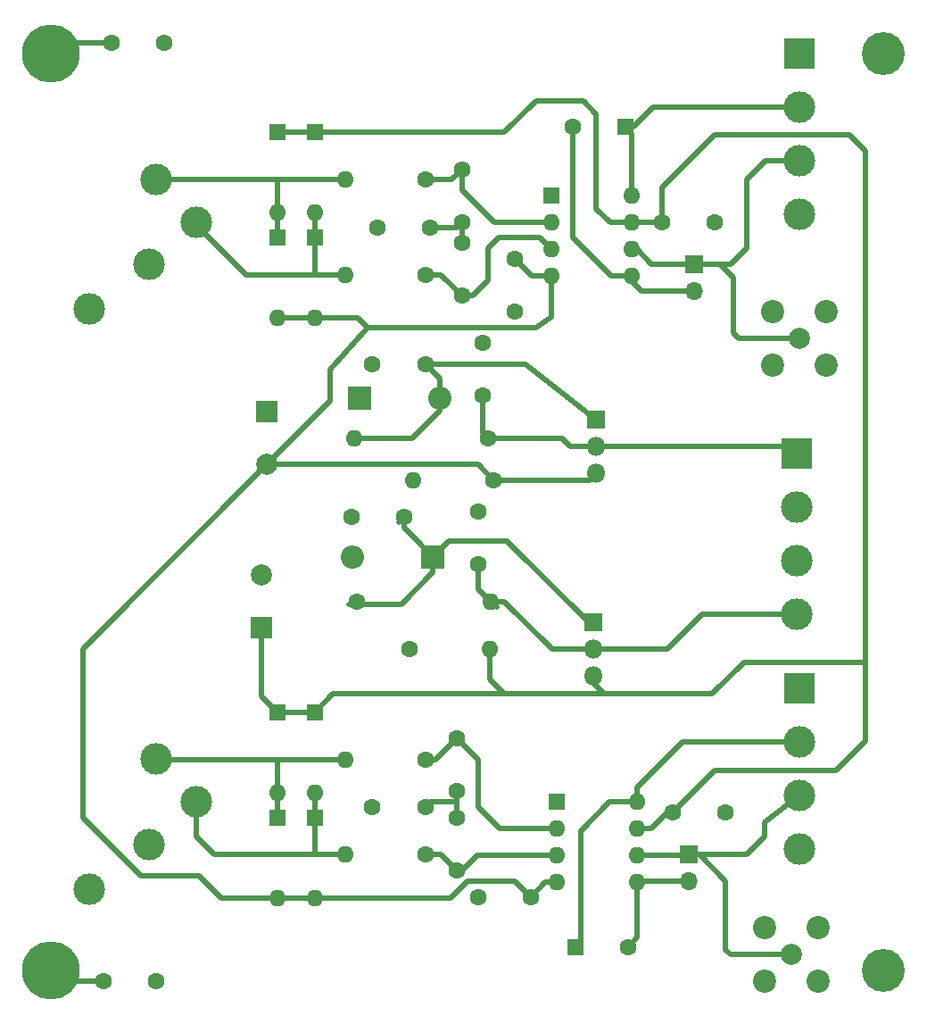
<source format=gbr>
G04 #@! TF.FileFunction,Copper,L2,Bot,Signal*
%FSLAX46Y46*%
G04 Gerber Fmt 4.6, Leading zero omitted, Abs format (unit mm)*
G04 Created by KiCad (PCBNEW 4.0.7) date 08/21/20 17:10:17*
%MOMM*%
%LPD*%
G01*
G04 APERTURE LIST*
%ADD10C,0.100000*%
%ADD11C,1.600000*%
%ADD12R,2.000000X2.000000*%
%ADD13C,2.000000*%
%ADD14R,1.600000X1.600000*%
%ADD15O,1.600000X1.600000*%
%ADD16R,2.200000X2.200000*%
%ADD17O,2.200000X2.200000*%
%ADD18C,3.000000*%
%ADD19R,3.000000X3.000000*%
%ADD20R,1.700000X1.700000*%
%ADD21O,1.700000X1.700000*%
%ADD22R,1.800000X1.800000*%
%ADD23O,1.800000X1.800000*%
%ADD24C,5.500000*%
%ADD25C,4.064000*%
%ADD26C,2.200000*%
%ADD27C,0.500000*%
G04 APERTURE END LIST*
D10*
D11*
X144000000Y-78000000D03*
X144000000Y-73000000D03*
X144000000Y-85000000D03*
X144000000Y-80000000D03*
X136000000Y-78500000D03*
X141000000Y-78500000D03*
X149000000Y-86500000D03*
X149000000Y-81500000D03*
X163000000Y-78000000D03*
X168000000Y-78000000D03*
X133500000Y-106000000D03*
X138500000Y-106000000D03*
D12*
X125500000Y-96000000D03*
D13*
X125500000Y-101000000D03*
D12*
X125000000Y-116500000D03*
D13*
X125000000Y-111500000D03*
D14*
X130000000Y-69500000D03*
D15*
X130000000Y-77120000D03*
D14*
X130000000Y-79500000D03*
D15*
X130000000Y-87120000D03*
D14*
X126500000Y-69500000D03*
D15*
X126500000Y-77120000D03*
D14*
X126500000Y-79500000D03*
D15*
X126500000Y-87120000D03*
D16*
X134250000Y-94750000D03*
D17*
X141870000Y-94750000D03*
D16*
X141250000Y-109750000D03*
D17*
X133630000Y-109750000D03*
D18*
X176000000Y-67080000D03*
X176000000Y-72160000D03*
D19*
X176000000Y-62000000D03*
D18*
X176000000Y-77240000D03*
X175750000Y-105080000D03*
X175750000Y-110160000D03*
D19*
X175750000Y-100000000D03*
D18*
X175750000Y-115240000D03*
D20*
X166000000Y-82000000D03*
D21*
X166000000Y-84540000D03*
D22*
X156500000Y-116000000D03*
D23*
X156500000Y-118540000D03*
X156500000Y-121080000D03*
D11*
X140500000Y-74000000D03*
D15*
X132880000Y-74000000D03*
D11*
X140500000Y-83000000D03*
D15*
X132880000Y-83000000D03*
D11*
X146500000Y-98500000D03*
D15*
X133800000Y-98500000D03*
D11*
X134000000Y-114000000D03*
D15*
X146700000Y-114000000D03*
D14*
X152500000Y-75500000D03*
D15*
X160120000Y-83120000D03*
X152500000Y-78040000D03*
X160120000Y-80580000D03*
X152500000Y-80580000D03*
X160120000Y-78040000D03*
X152500000Y-83120000D03*
X160120000Y-75500000D03*
D11*
X140500000Y-91500000D03*
X135500000Y-91500000D03*
X147000000Y-102500000D03*
D15*
X139380000Y-102500000D03*
D11*
X139000000Y-118500000D03*
D15*
X146620000Y-118500000D03*
D11*
X145500000Y-105500000D03*
X145500000Y-110500000D03*
X146000000Y-94500000D03*
X146000000Y-89500000D03*
D22*
X156750000Y-96750000D03*
D23*
X156750000Y-99290000D03*
X156750000Y-101830000D03*
D11*
X143500000Y-132000000D03*
X143500000Y-127000000D03*
X143500000Y-139500000D03*
X143500000Y-134500000D03*
X135500000Y-133500000D03*
X140500000Y-133500000D03*
X145500000Y-142000000D03*
X150500000Y-142000000D03*
X164000000Y-134000000D03*
X169000000Y-134000000D03*
D14*
X126500000Y-124500000D03*
D15*
X126500000Y-132120000D03*
D14*
X126500000Y-134500000D03*
D15*
X126500000Y-142120000D03*
D14*
X130000000Y-124500000D03*
D15*
X130000000Y-132120000D03*
D14*
X130000000Y-134500000D03*
D15*
X130000000Y-142120000D03*
D18*
X176000000Y-127330000D03*
X176000000Y-132410000D03*
D19*
X176000000Y-122250000D03*
D18*
X176000000Y-137490000D03*
D20*
X165500000Y-138000000D03*
D21*
X165500000Y-140540000D03*
D11*
X140500000Y-129000000D03*
D15*
X132880000Y-129000000D03*
D11*
X140500000Y-138000000D03*
D15*
X132880000Y-138000000D03*
D14*
X153000000Y-133000000D03*
D15*
X160620000Y-140620000D03*
X153000000Y-135540000D03*
X160620000Y-138080000D03*
X153000000Y-138080000D03*
X160620000Y-135540000D03*
X153000000Y-140620000D03*
X160620000Y-133000000D03*
D24*
X105000000Y-62000000D03*
D25*
X184000000Y-62000000D03*
D24*
X105000000Y-149000000D03*
D25*
X184000000Y-149000000D03*
D26*
X173460000Y-91540000D03*
X173460000Y-86460000D03*
X178540000Y-86460000D03*
X178540000Y-91540000D03*
D13*
X176000000Y-89000000D03*
D26*
X172710000Y-150040000D03*
X172710000Y-144960000D03*
X177790000Y-144960000D03*
X177790000Y-150040000D03*
D13*
X175250000Y-147500000D03*
D18*
X118760000Y-78000000D03*
X114310000Y-82050000D03*
X114950000Y-73950000D03*
X108590000Y-86250000D03*
X118760000Y-133000000D03*
X114310000Y-137050000D03*
X114950000Y-128950000D03*
X108590000Y-141250000D03*
D14*
X159500000Y-69000000D03*
D11*
X154500000Y-69000000D03*
D14*
X154750000Y-146750000D03*
D11*
X159750000Y-146750000D03*
X110750000Y-61000000D03*
X115750000Y-61000000D03*
X110000000Y-150000000D03*
X115000000Y-150000000D03*
D27*
X141000000Y-78500000D02*
X143500000Y-78500000D01*
X143500000Y-78500000D02*
X144000000Y-78000000D01*
X144000000Y-78000000D02*
X144000000Y-80000000D01*
X144000000Y-73000000D02*
X144000000Y-75000000D01*
X147040000Y-78040000D02*
X152500000Y-78040000D01*
X144000000Y-75000000D02*
X147040000Y-78040000D01*
X140500000Y-74000000D02*
X143000000Y-74000000D01*
X143000000Y-74000000D02*
X144000000Y-73000000D01*
X144000000Y-85000000D02*
X145000000Y-85000000D01*
X151420000Y-79500000D02*
X152500000Y-80580000D01*
X147500000Y-79500000D02*
X151420000Y-79500000D01*
X146500000Y-80500000D02*
X147500000Y-79500000D01*
X146500000Y-83500000D02*
X146500000Y-80500000D01*
X145000000Y-85000000D02*
X146500000Y-83500000D01*
X144000000Y-85000000D02*
X144000000Y-84500000D01*
X140500000Y-83000000D02*
X142000000Y-83000000D01*
X142000000Y-83000000D02*
X144000000Y-85000000D01*
X147000000Y-102500000D02*
X156080000Y-102500000D01*
X156080000Y-102500000D02*
X156750000Y-101830000D01*
X108000000Y-131750000D02*
X108000000Y-134500000D01*
X108000000Y-134500000D02*
X113500000Y-140000000D01*
X126500000Y-142120000D02*
X121120000Y-142120000D01*
X121120000Y-142120000D02*
X119000000Y-140000000D01*
X119000000Y-140000000D02*
X113500000Y-140000000D01*
X108000000Y-118500000D02*
X125500000Y-101000000D01*
X108000000Y-131750000D02*
X108000000Y-118500000D01*
X153000000Y-140620000D02*
X151880000Y-140620000D01*
X151880000Y-140620000D02*
X150500000Y-142000000D01*
X130000000Y-142120000D02*
X142880000Y-142120000D01*
X149000000Y-140500000D02*
X150500000Y-142000000D01*
X144500000Y-140500000D02*
X149000000Y-140500000D01*
X142880000Y-142120000D02*
X144500000Y-140500000D01*
X130000000Y-142120000D02*
X126500000Y-142120000D01*
X130000000Y-87120000D02*
X134120000Y-87120000D01*
X134120000Y-87120000D02*
X135000000Y-88000000D01*
X125500000Y-101000000D02*
X145500000Y-101000000D01*
X145500000Y-101000000D02*
X147000000Y-102500000D01*
X125500000Y-101000000D02*
X131500000Y-95000000D01*
X131500000Y-95000000D02*
X131500000Y-92000000D01*
X131500000Y-92000000D02*
X135000000Y-88000000D01*
X151000000Y-88000000D02*
X152500000Y-87000000D01*
X152500000Y-87000000D02*
X152500000Y-83120000D01*
X135000000Y-88000000D02*
X151000000Y-88000000D01*
X152500000Y-83120000D02*
X150620000Y-83120000D01*
X150620000Y-83120000D02*
X149000000Y-81500000D01*
X130000000Y-87120000D02*
X126500000Y-87120000D01*
X159500000Y-69000000D02*
X160250000Y-69000000D01*
X160250000Y-69000000D02*
X162170000Y-67080000D01*
X162170000Y-67080000D02*
X176000000Y-67080000D01*
X160120000Y-75500000D02*
X160120000Y-69620000D01*
X160120000Y-69620000D02*
X159500000Y-69000000D01*
X154500000Y-69000000D02*
X154500000Y-79500000D01*
X158120000Y-83120000D02*
X160120000Y-83120000D01*
X154500000Y-79500000D02*
X158120000Y-83120000D01*
X160120000Y-83120000D02*
X160120000Y-83620000D01*
X160120000Y-83620000D02*
X161040000Y-84540000D01*
X161040000Y-84540000D02*
X166000000Y-84540000D01*
X141250000Y-109750000D02*
X142750000Y-108250000D01*
X148250000Y-108250000D02*
X156000000Y-116000000D01*
X142750000Y-108250000D02*
X148250000Y-108250000D01*
X156000000Y-116000000D02*
X156500000Y-116000000D01*
X138500000Y-106000000D02*
X138500000Y-107000000D01*
X138500000Y-107000000D02*
X139750000Y-108250000D01*
X139750000Y-108250000D02*
X141250000Y-109750000D01*
X141250000Y-109750000D02*
X141250000Y-111250000D01*
X141250000Y-111250000D02*
X138250000Y-114250000D01*
X138250000Y-114250000D02*
X133250000Y-114250000D01*
X133250000Y-114250000D02*
X134000000Y-114000000D01*
X138000000Y-106500000D02*
X138500000Y-106000000D01*
X130000000Y-79500000D02*
X130000000Y-83000000D01*
X130000000Y-79500000D02*
X130000000Y-77120000D01*
X118760000Y-78000000D02*
X118760000Y-78260000D01*
X118760000Y-78260000D02*
X123500000Y-83000000D01*
X123500000Y-83000000D02*
X130000000Y-83000000D01*
X130000000Y-83000000D02*
X132880000Y-83000000D01*
X146620000Y-118500000D02*
X146620000Y-121370000D01*
X146620000Y-121370000D02*
X148000000Y-122750000D01*
X156500000Y-121080000D02*
X156500000Y-121750000D01*
X156500000Y-121750000D02*
X157500000Y-122750000D01*
X182250000Y-119750000D02*
X170750000Y-119750000D01*
X170750000Y-119750000D02*
X167750000Y-122750000D01*
X167750000Y-122750000D02*
X157500000Y-122750000D01*
X157500000Y-122750000D02*
X148000000Y-122750000D01*
X148000000Y-122750000D02*
X147500000Y-122750000D01*
X147500000Y-122750000D02*
X146500000Y-122750000D01*
X131750000Y-122750000D02*
X130000000Y-124500000D01*
X146500000Y-122750000D02*
X131750000Y-122750000D01*
X125000000Y-116500000D02*
X125000000Y-123000000D01*
X125000000Y-123000000D02*
X126500000Y-124500000D01*
X182250000Y-117250000D02*
X182250000Y-119750000D01*
X182250000Y-119750000D02*
X182250000Y-127250000D01*
X168000000Y-130000000D02*
X164000000Y-134000000D01*
X179500000Y-130000000D02*
X168000000Y-130000000D01*
X182250000Y-127250000D02*
X179500000Y-130000000D01*
X130000000Y-69500000D02*
X148000000Y-69500000D01*
X158040000Y-78040000D02*
X160120000Y-78040000D01*
X156750000Y-76750000D02*
X158040000Y-78040000D01*
X156750000Y-67750000D02*
X156750000Y-76750000D01*
X155500000Y-66500000D02*
X156750000Y-67750000D01*
X151000000Y-66500000D02*
X155500000Y-66500000D01*
X148000000Y-69500000D02*
X151000000Y-66500000D01*
X182250000Y-76750000D02*
X182250000Y-71250000D01*
X163000000Y-74750000D02*
X163000000Y-78000000D01*
X168000000Y-69750000D02*
X163000000Y-74750000D01*
X180750000Y-69750000D02*
X168000000Y-69750000D01*
X182250000Y-71250000D02*
X180750000Y-69750000D01*
X182250000Y-117000000D02*
X182250000Y-117250000D01*
X182250000Y-76250000D02*
X182250000Y-76750000D01*
X182250000Y-76750000D02*
X182250000Y-111750000D01*
X182250000Y-111750000D02*
X182250000Y-115750000D01*
X182250000Y-117000000D02*
X182250000Y-115750000D01*
X164000000Y-134000000D02*
X163500000Y-134000000D01*
X163500000Y-134000000D02*
X161960000Y-135540000D01*
X161960000Y-135540000D02*
X160620000Y-135540000D01*
X130000000Y-124500000D02*
X126500000Y-124500000D01*
X160660000Y-135500000D02*
X160620000Y-135540000D01*
X163000000Y-78000000D02*
X160160000Y-78000000D01*
X160160000Y-78000000D02*
X160120000Y-78040000D01*
X130000000Y-69500000D02*
X126500000Y-69500000D01*
X140500000Y-91500000D02*
X150000000Y-91500000D01*
X150000000Y-91500000D02*
X156750000Y-96750000D01*
X141870000Y-94750000D02*
X141870000Y-92870000D01*
X141870000Y-92870000D02*
X140500000Y-91500000D01*
X141870000Y-94750000D02*
X141870000Y-95880000D01*
X139250000Y-98500000D02*
X133800000Y-98500000D01*
X141870000Y-95880000D02*
X139250000Y-98500000D01*
X140500000Y-91500000D02*
X140500000Y-92000000D01*
X141750000Y-94630000D02*
X141870000Y-94750000D01*
X156750000Y-96750000D02*
X156750000Y-96250000D01*
X142250000Y-94370000D02*
X141870000Y-94750000D01*
X126500000Y-77120000D02*
X126500000Y-79500000D01*
X126500000Y-77120000D02*
X126500000Y-73950000D01*
X126500000Y-73950000D02*
X126500000Y-74000000D01*
X126500000Y-74000000D02*
X126500000Y-73950000D01*
X123500000Y-73950000D02*
X126500000Y-73950000D01*
X126500000Y-73950000D02*
X132830000Y-73950000D01*
X132830000Y-73950000D02*
X132880000Y-74000000D01*
X114310000Y-73950000D02*
X123500000Y-73950000D01*
X146700000Y-114000000D02*
X148000000Y-114000000D01*
X152540000Y-118540000D02*
X156500000Y-118540000D01*
X148000000Y-114000000D02*
X152540000Y-118540000D01*
X156500000Y-118540000D02*
X163460000Y-118540000D01*
X163460000Y-118540000D02*
X166760000Y-115240000D01*
X166760000Y-115240000D02*
X175750000Y-115240000D01*
X175050000Y-114540000D02*
X175750000Y-115240000D01*
X145500000Y-110500000D02*
X145500000Y-112800000D01*
X145500000Y-112800000D02*
X146700000Y-114000000D01*
X146700000Y-114000000D02*
X146750000Y-114000000D01*
X146750000Y-114000000D02*
X147290000Y-114540000D01*
X146700000Y-114000000D02*
X147000000Y-114000000D01*
X156750000Y-99290000D02*
X175040000Y-99290000D01*
X175040000Y-99290000D02*
X175750000Y-100000000D01*
X146500000Y-98500000D02*
X153500000Y-98500000D01*
X154290000Y-99290000D02*
X156750000Y-99290000D01*
X153500000Y-98500000D02*
X154290000Y-99290000D01*
X146000000Y-94500000D02*
X146000000Y-98000000D01*
X146000000Y-98000000D02*
X146500000Y-98500000D01*
X174960000Y-100790000D02*
X175750000Y-100000000D01*
X146000000Y-98000000D02*
X146500000Y-98500000D01*
X143500000Y-133000000D02*
X141000000Y-133000000D01*
X141000000Y-133000000D02*
X140500000Y-133500000D01*
X143500000Y-132000000D02*
X143500000Y-133000000D01*
X143500000Y-133000000D02*
X143500000Y-134500000D01*
X153000000Y-135540000D02*
X147540000Y-135540000D01*
X145500000Y-129000000D02*
X143500000Y-127000000D01*
X145500000Y-133500000D02*
X145500000Y-129000000D01*
X147540000Y-135540000D02*
X145500000Y-133500000D01*
X140500000Y-129000000D02*
X141500000Y-129000000D01*
X141500000Y-129000000D02*
X143500000Y-127000000D01*
X143500000Y-139500000D02*
X144000000Y-139500000D01*
X144000000Y-139500000D02*
X145420000Y-138080000D01*
X145420000Y-138080000D02*
X153000000Y-138080000D01*
X140500000Y-138000000D02*
X142000000Y-138000000D01*
X142000000Y-138000000D02*
X143500000Y-139500000D01*
X160620000Y-133000000D02*
X158000000Y-133000000D01*
X155250000Y-135750000D02*
X155250000Y-146250000D01*
X158000000Y-133000000D02*
X155250000Y-135750000D01*
X155250000Y-146250000D02*
X154750000Y-146750000D01*
X160620000Y-133000000D02*
X160620000Y-131630000D01*
X164920000Y-127330000D02*
X176000000Y-127330000D01*
X160620000Y-131630000D02*
X164920000Y-127330000D01*
X175580000Y-127750000D02*
X176000000Y-127330000D01*
X160500000Y-132880000D02*
X160620000Y-133000000D01*
X160620000Y-140620000D02*
X160620000Y-145880000D01*
X160620000Y-145880000D02*
X159750000Y-146750000D01*
X165500000Y-140540000D02*
X160700000Y-140540000D01*
X160700000Y-140540000D02*
X160620000Y-140620000D01*
X126500000Y-132120000D02*
X126500000Y-134500000D01*
X126500000Y-132120000D02*
X126500000Y-129000000D01*
X132880000Y-129000000D02*
X126500000Y-129000000D01*
X126500000Y-129000000D02*
X114360000Y-129000000D01*
X114360000Y-129000000D02*
X114310000Y-128950000D01*
X130000000Y-134500000D02*
X130000000Y-132120000D01*
X130000000Y-134500000D02*
X130000000Y-138000000D01*
X118760000Y-133000000D02*
X118760000Y-136260000D01*
X120500000Y-138000000D02*
X130000000Y-138000000D01*
X130000000Y-138000000D02*
X132880000Y-138000000D01*
X118760000Y-136260000D02*
X120500000Y-138000000D01*
X166000000Y-82000000D02*
X168500000Y-82000000D01*
X170250000Y-89000000D02*
X176000000Y-89000000D01*
X169750000Y-88500000D02*
X170250000Y-89000000D01*
X169750000Y-83250000D02*
X169750000Y-88500000D01*
X168500000Y-82000000D02*
X169750000Y-83250000D01*
X166000000Y-82000000D02*
X169500000Y-82000000D01*
X172840000Y-72160000D02*
X176000000Y-72160000D01*
X171000000Y-74000000D02*
X172840000Y-72160000D01*
X171000000Y-80500000D02*
X171000000Y-74000000D01*
X169500000Y-82000000D02*
X171000000Y-80500000D01*
X160120000Y-80580000D02*
X160580000Y-80580000D01*
X160580000Y-80580000D02*
X162000000Y-82000000D01*
X162000000Y-82000000D02*
X166000000Y-82000000D01*
X165500000Y-138000000D02*
X171000000Y-138000000D01*
X172750000Y-134910000D02*
X176000000Y-132410000D01*
X172750000Y-136250000D02*
X172750000Y-134910000D01*
X171000000Y-138000000D02*
X172750000Y-136250000D01*
X165500000Y-138000000D02*
X166500000Y-138000000D01*
X169500000Y-147500000D02*
X175250000Y-147500000D01*
X169000000Y-147000000D02*
X169500000Y-147500000D01*
X169000000Y-140500000D02*
X169000000Y-147000000D01*
X166500000Y-138000000D02*
X169000000Y-140500000D01*
X160620000Y-138080000D02*
X165420000Y-138080000D01*
X165420000Y-138080000D02*
X165500000Y-138000000D01*
X110750000Y-61000000D02*
X106000000Y-61000000D01*
X106000000Y-61000000D02*
X105000000Y-62000000D01*
X110000000Y-150000000D02*
X106000000Y-150000000D01*
X106000000Y-150000000D02*
X105000000Y-149000000D01*
M02*

</source>
